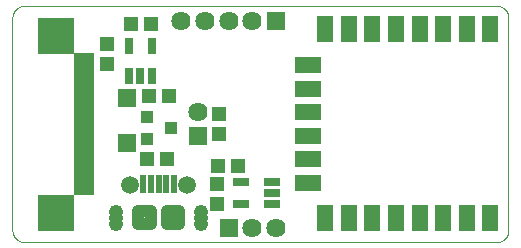
<source format=gbs>
G75*
%MOIN*%
%OFA0B0*%
%FSLAX25Y25*%
%IPPOS*%
%LPD*%
%AMOC8*
5,1,8,0,0,1.08239X$1,22.5*
%
%ADD10C,0.00000*%
%ADD11R,0.04737X0.05131*%
%ADD12R,0.05131X0.04737*%
%ADD13R,0.06312X0.06312*%
%ADD14R,0.06800X0.01981*%
%ADD15R,0.12400X0.12000*%
%ADD16R,0.03162X0.05721*%
%ADD17R,0.06400X0.06400*%
%ADD18C,0.06400*%
%ADD19R,0.04343X0.03950*%
%ADD20R,0.05524X0.08674*%
%ADD21R,0.08674X0.05524*%
%ADD22R,0.05524X0.02965*%
%ADD23R,0.02375X0.06115*%
%ADD24C,0.04140*%
%ADD25C,0.04800*%
%ADD26C,0.05950*%
D10*
X0025622Y0017748D02*
X0183102Y0017748D01*
X0183226Y0017750D01*
X0183349Y0017756D01*
X0183473Y0017765D01*
X0183595Y0017779D01*
X0183718Y0017796D01*
X0183840Y0017818D01*
X0183961Y0017843D01*
X0184081Y0017872D01*
X0184200Y0017904D01*
X0184319Y0017941D01*
X0184436Y0017981D01*
X0184551Y0018024D01*
X0184666Y0018072D01*
X0184778Y0018123D01*
X0184889Y0018177D01*
X0184999Y0018235D01*
X0185106Y0018296D01*
X0185212Y0018361D01*
X0185315Y0018429D01*
X0185416Y0018500D01*
X0185515Y0018574D01*
X0185612Y0018651D01*
X0185706Y0018732D01*
X0185797Y0018815D01*
X0185886Y0018901D01*
X0185972Y0018990D01*
X0186055Y0019081D01*
X0186136Y0019175D01*
X0186213Y0019272D01*
X0186287Y0019371D01*
X0186358Y0019472D01*
X0186426Y0019575D01*
X0186491Y0019681D01*
X0186552Y0019788D01*
X0186610Y0019898D01*
X0186664Y0020009D01*
X0186715Y0020121D01*
X0186763Y0020236D01*
X0186806Y0020351D01*
X0186846Y0020468D01*
X0186883Y0020587D01*
X0186915Y0020706D01*
X0186944Y0020826D01*
X0186969Y0020947D01*
X0186991Y0021069D01*
X0187008Y0021192D01*
X0187022Y0021314D01*
X0187031Y0021438D01*
X0187037Y0021561D01*
X0187039Y0021685D01*
X0187039Y0092551D01*
X0187037Y0092675D01*
X0187031Y0092798D01*
X0187022Y0092922D01*
X0187008Y0093044D01*
X0186991Y0093167D01*
X0186969Y0093289D01*
X0186944Y0093410D01*
X0186915Y0093530D01*
X0186883Y0093649D01*
X0186846Y0093768D01*
X0186806Y0093885D01*
X0186763Y0094000D01*
X0186715Y0094115D01*
X0186664Y0094227D01*
X0186610Y0094338D01*
X0186552Y0094448D01*
X0186491Y0094555D01*
X0186426Y0094661D01*
X0186358Y0094764D01*
X0186287Y0094865D01*
X0186213Y0094964D01*
X0186136Y0095061D01*
X0186055Y0095155D01*
X0185972Y0095246D01*
X0185886Y0095335D01*
X0185797Y0095421D01*
X0185706Y0095504D01*
X0185612Y0095585D01*
X0185515Y0095662D01*
X0185416Y0095736D01*
X0185315Y0095807D01*
X0185212Y0095875D01*
X0185106Y0095940D01*
X0184999Y0096001D01*
X0184889Y0096059D01*
X0184778Y0096113D01*
X0184666Y0096164D01*
X0184551Y0096212D01*
X0184436Y0096255D01*
X0184319Y0096295D01*
X0184200Y0096332D01*
X0184081Y0096364D01*
X0183961Y0096393D01*
X0183840Y0096418D01*
X0183718Y0096440D01*
X0183595Y0096457D01*
X0183473Y0096471D01*
X0183349Y0096480D01*
X0183226Y0096486D01*
X0183102Y0096488D01*
X0025622Y0096488D01*
X0025498Y0096486D01*
X0025375Y0096480D01*
X0025251Y0096471D01*
X0025129Y0096457D01*
X0025006Y0096440D01*
X0024884Y0096418D01*
X0024763Y0096393D01*
X0024643Y0096364D01*
X0024524Y0096332D01*
X0024405Y0096295D01*
X0024288Y0096255D01*
X0024173Y0096212D01*
X0024058Y0096164D01*
X0023946Y0096113D01*
X0023835Y0096059D01*
X0023725Y0096001D01*
X0023618Y0095940D01*
X0023512Y0095875D01*
X0023409Y0095807D01*
X0023308Y0095736D01*
X0023209Y0095662D01*
X0023112Y0095585D01*
X0023018Y0095504D01*
X0022927Y0095421D01*
X0022838Y0095335D01*
X0022752Y0095246D01*
X0022669Y0095155D01*
X0022588Y0095061D01*
X0022511Y0094964D01*
X0022437Y0094865D01*
X0022366Y0094764D01*
X0022298Y0094661D01*
X0022233Y0094555D01*
X0022172Y0094448D01*
X0022114Y0094338D01*
X0022060Y0094227D01*
X0022009Y0094115D01*
X0021961Y0094000D01*
X0021918Y0093885D01*
X0021878Y0093768D01*
X0021841Y0093649D01*
X0021809Y0093530D01*
X0021780Y0093410D01*
X0021755Y0093289D01*
X0021733Y0093167D01*
X0021716Y0093044D01*
X0021702Y0092922D01*
X0021693Y0092798D01*
X0021687Y0092675D01*
X0021685Y0092551D01*
X0021685Y0021685D01*
X0021687Y0021561D01*
X0021693Y0021438D01*
X0021702Y0021314D01*
X0021716Y0021192D01*
X0021733Y0021069D01*
X0021755Y0020947D01*
X0021780Y0020826D01*
X0021809Y0020706D01*
X0021841Y0020587D01*
X0021878Y0020468D01*
X0021918Y0020351D01*
X0021961Y0020236D01*
X0022009Y0020121D01*
X0022060Y0020009D01*
X0022114Y0019898D01*
X0022172Y0019788D01*
X0022233Y0019681D01*
X0022298Y0019575D01*
X0022366Y0019472D01*
X0022437Y0019371D01*
X0022511Y0019272D01*
X0022588Y0019175D01*
X0022669Y0019081D01*
X0022752Y0018990D01*
X0022838Y0018901D01*
X0022927Y0018815D01*
X0023018Y0018732D01*
X0023112Y0018651D01*
X0023209Y0018574D01*
X0023308Y0018500D01*
X0023409Y0018429D01*
X0023512Y0018361D01*
X0023618Y0018296D01*
X0023725Y0018235D01*
X0023835Y0018177D01*
X0023946Y0018123D01*
X0024058Y0018072D01*
X0024173Y0018024D01*
X0024288Y0017981D01*
X0024405Y0017941D01*
X0024524Y0017904D01*
X0024643Y0017872D01*
X0024763Y0017843D01*
X0024884Y0017818D01*
X0025006Y0017796D01*
X0025129Y0017779D01*
X0025251Y0017765D01*
X0025375Y0017756D01*
X0025498Y0017750D01*
X0025622Y0017748D01*
D11*
X0066409Y0045504D03*
X0073102Y0045504D03*
X0090110Y0043063D03*
X0096803Y0043063D03*
X0089992Y0037197D03*
X0089992Y0030504D03*
X0090583Y0053772D03*
X0090583Y0060465D03*
D12*
X0073890Y0066370D03*
X0067197Y0066370D03*
X0053181Y0077197D03*
X0053181Y0083890D03*
X0061134Y0090386D03*
X0067827Y0090386D03*
D13*
X0059874Y0065780D03*
X0059874Y0050819D03*
D14*
X0045709Y0050217D03*
X0045709Y0052185D03*
X0045709Y0054154D03*
X0045709Y0056122D03*
X0045709Y0058091D03*
X0045709Y0060059D03*
X0045709Y0062028D03*
X0045709Y0063996D03*
X0045709Y0065965D03*
X0045709Y0067933D03*
X0045709Y0069902D03*
X0045709Y0071870D03*
X0045709Y0073839D03*
X0045709Y0075807D03*
X0045709Y0077776D03*
X0045709Y0079744D03*
X0045709Y0048248D03*
X0045709Y0046280D03*
X0045709Y0044311D03*
X0045709Y0042343D03*
X0045709Y0040374D03*
X0045709Y0038406D03*
X0045709Y0036437D03*
X0045709Y0034469D03*
D15*
X0036109Y0027606D03*
X0036109Y0086606D03*
D16*
X0060583Y0083063D03*
X0068063Y0083063D03*
X0068063Y0073220D03*
X0064323Y0073220D03*
X0060583Y0073220D03*
D17*
X0083614Y0053142D03*
X0093732Y0022472D03*
X0109480Y0091606D03*
D18*
X0101606Y0091606D03*
X0093732Y0091606D03*
X0085858Y0091606D03*
X0077984Y0091606D03*
X0083614Y0061016D03*
X0101606Y0022472D03*
X0109480Y0022472D03*
D19*
X0066646Y0052000D03*
X0074520Y0055740D03*
X0066646Y0059480D03*
D20*
X0125925Y0088626D03*
X0133799Y0088626D03*
X0141673Y0088626D03*
X0149547Y0088626D03*
X0157421Y0088626D03*
X0165295Y0088626D03*
X0173169Y0088626D03*
X0181043Y0088626D03*
X0181043Y0025634D03*
X0173169Y0025634D03*
X0165295Y0025634D03*
X0157421Y0025634D03*
X0149547Y0025634D03*
X0141673Y0025634D03*
X0133799Y0025634D03*
X0125925Y0025634D03*
D21*
X0120098Y0037445D03*
X0120098Y0045319D03*
X0120098Y0053193D03*
X0120098Y0061067D03*
X0120098Y0068941D03*
X0120098Y0076815D03*
D22*
X0108181Y0037827D03*
X0108181Y0034087D03*
X0108181Y0030346D03*
X0097944Y0030346D03*
X0097944Y0037827D03*
D23*
X0075543Y0037256D03*
X0072984Y0037256D03*
X0070425Y0037256D03*
X0067866Y0037256D03*
X0065307Y0037256D03*
D24*
X0067771Y0028007D02*
X0067771Y0023867D01*
X0063631Y0023867D01*
X0063631Y0028007D01*
X0067771Y0028007D01*
X0067771Y0028006D02*
X0063631Y0028006D01*
X0077220Y0028007D02*
X0077220Y0023867D01*
X0073080Y0023867D01*
X0073080Y0028007D01*
X0077220Y0028007D01*
X0077220Y0028006D02*
X0073080Y0028006D01*
D25*
X0084697Y0027837D03*
X0084697Y0025837D03*
X0084697Y0023837D03*
X0056154Y0023837D03*
X0056154Y0025837D03*
X0056154Y0027837D03*
D26*
X0060878Y0036685D03*
X0079972Y0036685D03*
M02*

</source>
